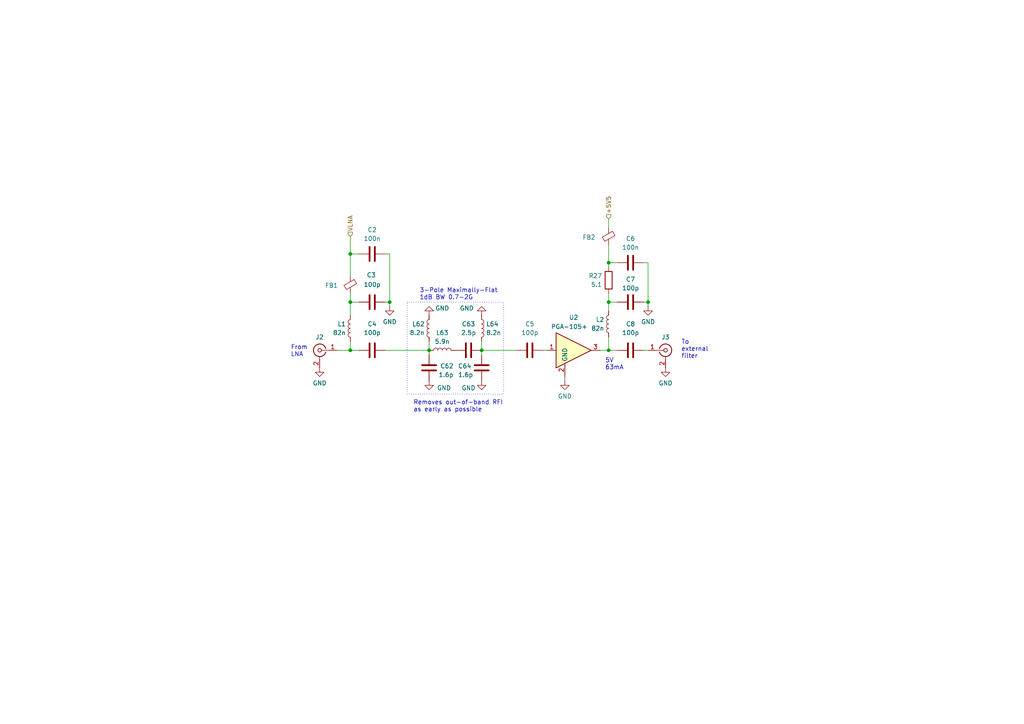
<source format=kicad_sch>
(kicad_sch (version 20250114) (generator "eeschema") (generator_version "9.0")
  (paper "A4")
  (title_block (title "FTX schematic") (date "2024-07-01") (rev "4") (company "Caltech") (comment 1 "Kiran Shila") (comment 2 "Drawing ASP-310") (comment 3 "DSA2000"))
  (lib_symbols
    (symbol "Conn_Coaxial_1" (pin_names (offset 1.016) (hide yes))
      (property "Reference" "J" (at 0.254 3.048 0))
      (property "Value" "Conn_Coaxial" (at 2.921 0 90))
      (symbol "Conn_Coaxial_1_0_1"
        (polyline (pts (xy -2.54 0) (xy -0.508 0)))
        (arc (start 1.778 0) (mid 0.222 -1.8079) (end -1.778 -0.508) (stroke (width 0.254)))
        (arc (start -1.778 0.508) (mid 0.2221 1.8084) (end 1.778 0) (stroke (width 0.254)))
        (circle (center 0 0) (radius 0.508) (stroke (width 0.2032)))
        (polyline (pts (xy 0 -2.54) (xy 0 -1.778)))
      )
      (symbol "Conn_Coaxial_1_1_1"
        (pin passive line (at -5.08 0 0) (length 2.54) (name "In") (number "1"))
        (pin passive line (at 0 -5.08 90) (length 2.54) (name "Ext") (number "2"))
      )
    )
    (symbol "Connector:Conn_Coaxial" (pin_names (offset 1.016) (hide yes))
      (property "Reference" "J" (at 0.254 3.048 0))
      (property "Value" "Conn_Coaxial" (at 2.921 0 90))
      (symbol "Conn_Coaxial_0_1"
        (polyline (pts (xy -2.54 0) (xy -0.508 0)))
        (arc (start 1.778 0) (mid 0.222 -1.8079) (end -1.778 -0.508) (stroke (width 0.254)))
        (arc (start -1.778 0.508) (mid 0.2221 1.8084) (end 1.778 0) (stroke (width 0.254)))
        (circle (center 0 0) (radius 0.508) (stroke (width 0.2032)))
        (polyline (pts (xy 0 -2.54) (xy 0 -1.778)))
      )
      (symbol "Conn_Coaxial_1_1"
        (pin passive line (at -5.08 0 0) (length 2.54) (name "In") (number "1"))
        (pin passive line (at 0 -5.08 90) (length 2.54) (name "Ext") (number "2"))
      )
    )
    (symbol "DSA2K:ADL5611"
      (property "Reference" "U" (at 0 3.81 0))
      (property "Value" "ADL5611" (at 3.81 -3.81 0))
      (symbol "ADL5611_0_1"
        (polyline (pts (xy 5.08 0) (xy -5.08 5.08) (xy -5.08 -5.08) (xy 5.08 0)) (stroke (width 0.254)) (fill (type background)))
      )
      (symbol "ADL5611_1_1"
        (pin input line (at -7.62 0 0) (length 2.54) (name "~") (number "1"))
        (pin power_in line (at -2.54 -7.62 90) (length 3.81) (name "GND") (number "2"))
        (pin output line (at 7.62 0 180) (length 2.54) (name "~") (number "3"))
      )
    )
    (symbol "Device:C" (pin_numbers (hide yes)) (pin_names (offset 0.254))
      (property "Reference" "C" (at 0.635 2.54 0))
      (property "Value" "C" (at 0.635 -2.54 0))
      (symbol "C_0_1"
        (polyline (pts (xy -2.032 0.762) (xy 2.032 0.762)) (stroke (width 0.508)))
        (polyline (pts (xy -2.032 -0.762) (xy 2.032 -0.762)) (stroke (width 0.508)))
      )
      (symbol "C_1_1"
        (pin passive line (at 0 3.81 270) (length 2.794) (name "~") (number "1"))
        (pin passive line (at 0 -3.81 90) (length 2.794) (name "~") (number "2"))
      )
    )
    (symbol "Device:FerriteBead_Small" (pin_numbers (hide yes)) (pin_names (offset 0))
      (property "Reference" "FB" (at 1.905 1.27 0))
      (property "Value" "FerriteBead_Small" (at 1.905 -1.27 0))
      (symbol "FerriteBead_Small_0_1"
        (polyline (pts (xy -1.8288 0.2794) (xy -1.1176 1.4986) (xy 1.8288 -0.2032) (xy 1.1176 -1.4224) (xy -1.8288 0.2794)))
        (polyline (pts (xy 0 0.889) (xy 0 1.2954)))
        (polyline (pts (xy 0 -1.27) (xy 0 -0.7874)))
      )
      (symbol "FerriteBead_Small_1_1"
        (pin passive line (at 0 2.54 270) (length 1.27) (name "~") (number "1"))
        (pin passive line (at 0 -2.54 90) (length 1.27) (name "~") (number "2"))
      )
    )
    (symbol "Device:L" (pin_numbers (hide yes)) (pin_names (offset 1.016) (hide yes))
      (property "Reference" "L" (at -1.27 0 90))
      (property "Value" "L" (at 1.905 0 90))
      (symbol "L_0_1"
        (arc (start 0 2.54) (mid 0.6323 1.905) (end 0 1.27))
        (arc (start 0 1.27) (mid 0.6323 0.635) (end 0 0))
        (arc (start 0 0) (mid 0.6323 -0.635) (end 0 -1.27))
        (arc (start 0 -1.27) (mid 0.6323 -1.905) (end 0 -2.54))
      )
      (symbol "L_1_1"
        (pin passive line (at 0 3.81 270) (length 1.27) (name "1") (number "1"))
        (pin passive line (at 0 -3.81 90) (length 1.27) (name "2") (number "2"))
      )
    )
    (symbol "Device:R" (pin_numbers (hide yes)) (pin_names (offset 0))
      (property "Reference" "R" (at 2.032 0 90))
      (property "Value" "R" (at 0 0 90))
      (symbol "R_0_1"
        (rectangle (start -1.016 -2.54) (end 1.016 2.54) (stroke (width 0.254)))
      )
      (symbol "R_1_1"
        (pin passive line (at 0 3.81 270) (length 1.27) (name "~") (number "1"))
        (pin passive line (at 0 -3.81 90) (length 1.27) (name "~") (number "2"))
      )
    )
    (symbol "power:GND" (power) (pin_numbers (hide yes)) (pin_names (offset 0) (hide yes))
      (property "Value" "GND" (at 0 -3.81 0))
      (symbol "GND_0_1"
        (polyline (pts (xy 0 0) (xy 0 -1.27) (xy 1.27 -1.27) (xy 0 -2.54) (xy -1.27 -1.27) (xy 0 -1.27)))
      )
      (symbol "GND_1_1"
        (pin power_in line (at 0 0 270) (length 0) (name "~") (number "1"))
      )
    )
  )
  (rectangle (start 118.11 87.63) (end 146.05 114.3) (stroke (width 0) (type dot)))
  (text "5V\n63mA" (at 175.514 107.442 0) (effects (font (size 1.27 1.27)) (justify left bottom)))
  (text "From\nLNA" (at 84.328 103.632 0) (effects (font (size 1.27 1.27)) (justify left bottom)))
  (text "To\nexternal\nfilter" (at 197.612 104.14 0) (effects (font (size 1.27 1.27)) (justify left bottom)))
  (text "Removes out-of-band RFI\nas early as possible" (at 119.888 119.634 0) (effects (font (size 1.27 1.27)) (justify left bottom)))
  (text "3-Pole Maximally-Flat\n1dB BW 0.7-2G" (at 121.666 87.122 0) (effects (font (size 1.27 1.27)) (justify left bottom)))
  (junction (at 113.03 87.63))
  (junction (at 101.6 87.63))
  (junction (at 124.46 101.6))
  (junction (at 101.6 101.6))
  (junction (at 176.53 87.63))
  (junction (at 139.7 101.6))
  (junction (at 187.96 87.63))
  (junction (at 101.6 73.66))
  (junction (at 176.53 101.6))
  (junction (at 176.53 76.2))
  (wire (pts (xy 113.03 87.63) (xy 113.03 88.9)))
  (wire (pts (xy 111.76 87.63) (xy 113.03 87.63)))
  (wire (pts (xy 124.46 99.06) (xy 124.46 101.6)))
  (wire (pts (xy 113.03 73.66) (xy 113.03 87.63)))
  (wire (pts (xy 176.53 85.09) (xy 176.53 87.63)))
  (wire (pts (xy 101.6 87.63) (xy 104.14 87.63)))
  (wire (pts (xy 186.69 87.63) (xy 187.96 87.63)))
  (wire (pts (xy 101.6 101.6) (xy 104.14 101.6)))
  (wire (pts (xy 176.53 71.12) (xy 176.53 76.2)))
  (wire (pts (xy 176.53 87.63) (xy 176.53 90.17)))
  (wire (pts (xy 163.83 110.49) (xy 163.83 109.22)))
  (wire (pts (xy 101.6 99.06) (xy 101.6 101.6)))
  (wire (pts (xy 111.76 101.6) (xy 124.46 101.6)))
  (wire (pts (xy 176.53 97.79) (xy 176.53 101.6)))
  (wire (pts (xy 101.6 73.66) (xy 101.6 80.01)))
  (wire (pts (xy 173.99 101.6) (xy 176.53 101.6)))
  (wire (pts (xy 176.53 63.5) (xy 176.53 66.04)))
  (wire (pts (xy 176.53 87.63) (xy 179.07 87.63)))
  (wire (pts (xy 139.7 99.06) (xy 139.7 101.6)))
  (wire (pts (xy 186.69 101.6) (xy 187.96 101.6)))
  (wire (pts (xy 124.46 101.6) (xy 124.46 102.87)))
  (wire (pts (xy 186.69 76.2) (xy 187.96 76.2)))
  (wire (pts (xy 101.6 87.63) (xy 101.6 91.44)))
  (wire (pts (xy 187.96 76.2) (xy 187.96 87.63)))
  (wire (pts (xy 101.6 73.66) (xy 104.14 73.66)))
  (wire (pts (xy 101.6 101.6) (xy 97.79 101.6)))
  (wire (pts (xy 187.96 87.63) (xy 187.96 88.9)))
  (wire (pts (xy 111.76 73.66) (xy 113.03 73.66)))
  (wire (pts (xy 139.7 101.6) (xy 149.86 101.6)))
  (wire (pts (xy 176.53 101.6) (xy 179.07 101.6)))
  (wire (pts (xy 176.53 76.2) (xy 179.07 76.2)))
  (wire (pts (xy 101.6 68.58) (xy 101.6 73.66)))
  (wire (pts (xy 101.6 85.09) (xy 101.6 87.63)))
  (wire (pts (xy 157.48 101.6) (xy 158.75 101.6)))
  (wire (pts (xy 176.53 76.2) (xy 176.53 77.47)))
  (wire (pts (xy 139.7 101.6) (xy 139.7 102.87)))
  (hierarchical_label "+5V5" (shape input) (at 176.53 63.5 90))
  (hierarchical_label "VLNA" (shape input) (at 101.6 68.58 90))
  (symbol (lib_id "Device:C") (at 182.88 101.6 90) (unit 1)
    (property "Reference" "C8" (at 182.88 93.98 90))
    (property "Value" "100p" (at 182.88 96.52 90))
    (property "Footprint" "Capacitor_SMD:C_0402_1005Metric" (effects (hide yes)))
    (property "Description" "Unpolarized capacitor" (effects (hide yes)))
    (property "MPN" "CBR04C101J3GAC" (effects (hide yes)))
  )
  (symbol (lib_id "Device:L") (at 124.46 95.25 0) (mirror y) (unit 1)
    (property "Reference" "L62" (at 123.19 93.98 0) (effects (justify left)))
    (property "Value" "8.2n" (at 123.19 96.52 0) (effects (justify left)))
    (property "Footprint" "Inductor_SMD:L_0402_1005Metric" (effects (hide yes)))
    (property "Description" "Inductor" (effects (hide yes)))
    (property "MPN" "LQW15AN8N2G00D" (effects (hide yes)))
  )
  (symbol (lib_id "Device:L") (at 101.6 95.25 0) (mirror y) (unit 1)
    (property "Reference" "L1" (at 100.33 93.98 0) (effects (justify left)))
    (property "Value" "82n" (at 100.33 96.52 0) (effects (justify left)))
    (property "Footprint" "Inductor_SMD:L_0402_1005Metric" (effects (hide yes)))
    (property "Description" "Inductor" (effects (hide yes)))
    (property "MPN" "LQW15AN82NG00D" (effects (hide yes)))
  )
  (symbol (lib_id "power:GND") (at 113.03 88.9 0) (unit 1)
    (property "Reference" "#PWR010" (effects (hide yes)))
    (property "Value" "GND" (at 113.03 93.345 0))
    (property "Description" "Power symbol creates a global label with name \"GND\" , ground" (effects (hide yes)))
  )
  (symbol (lib_id "power:GND") (at 139.7 110.49 0) (unit 1)
    (property "Reference" "#PWR043" (effects (hide yes)))
    (property "Value" "GND" (at 135.89 112.522 0))
    (property "Description" "Power symbol creates a global label with name \"GND\" , ground" (effects (hide yes)))
  )
  (symbol (lib_id "DSA2K:ADL5611") (at 166.37 101.6 0) (unit 1)
    (property "Reference" "U2" (at 166.37 92.075 0))
    (property "Value" "PGA-105+" (at 165.1 94.742 0))
    (property "Footprint" "DSA2K:SOT89-HighTemp" (effects (hide yes)))
    (property "Datasheet" "https://www.minicircuits.com/pdfs/PGA-105+.pdf" (effects (hide yes)))
    (property "Description" "40 MHz to 2.6 GHz low-noise amplifier" (effects (hide yes)))
    (property "MPN" "PGA-105+" (effects (hide yes)))
  )
  (symbol (lib_id "Device:C") (at 124.46 106.68 0) (mirror y) (unit 1)
    (property "Reference" "C62" (at 131.572 106.172 0) (effects (justify left)))
    (property "Value" "1.6p" (at 131.572 108.712 0) (effects (justify left)))
    (property "Footprint" "Capacitor_SMD:C_0402_1005Metric" (effects (hide yes)))
    (property "Description" "Unpolarized capacitor" (effects (hide yes)))
    (property "MPN" "GJM1555C1H1R6WB01D" (effects (hide yes)))
  )
  (symbol (lib_id "Device:C") (at 107.95 101.6 90) (unit 1)
    (property "Reference" "C4" (at 107.95 93.98 90))
    (property "Value" "100p" (at 107.95 96.52 90))
    (property "Footprint" "Capacitor_SMD:C_0402_1005Metric" (effects (hide yes)))
    (property "Description" "Unpolarized capacitor" (effects (hide yes)))
    (property "MPN" "CBR04C101J3GAC" (effects (hide yes)))
  )
  (symbol (lib_id "power:GND") (at 193.04 106.68 0) (unit 1)
    (property "Reference" "#PWR071" (effects (hide yes)))
    (property "Value" "GND" (at 193.04 111.125 0))
    (property "Description" "Power symbol creates a global label with name \"GND\" , ground" (effects (hide yes)))
  )
  (symbol (lib_id "Device:C") (at 107.95 87.63 90) (unit 1)
    (property "Reference" "C3" (at 107.696 79.756 90))
    (property "Value" "100p" (at 107.95 82.55 90))
    (property "Footprint" "Capacitor_SMD:C_0402_1005Metric" (effects (hide yes)))
    (property "Description" "Unpolarized capacitor" (effects (hide yes)))
    (property "MPN" "CBR04C101J3GAC" (effects (hide yes)))
  )
  (symbol (lib_id "Device:FerriteBead_Small") (at 101.6 82.55 0) (mirror y) (unit 1)
    (property "Reference" "FB1" (at 98.044 82.804 0) (effects (justify left)))
    (property "Value" "BLM15PG100SN1D" (effects (hide yes)))
    (property "Footprint" "Inductor_SMD:L_0402_1005Metric" (effects (hide yes)))
    (property "Datasheet" "https://www.murata.com/en-us/products/productdata/8796740059166/ENFA0018.pdf" (effects (hide yes)))
    (property "Description" "Ferrite bead, small symbol" (effects (hide yes)))
    (property "MPN" "BLM15PG100SN1D" (effects (hide yes)))
  )
  (symbol (lib_id "Device:C") (at 182.88 87.63 90) (unit 1)
    (property "Reference" "C7" (at 182.88 81.026 90))
    (property "Value" "100p" (at 182.88 83.566 90))
    (property "Footprint" "Capacitor_SMD:C_0402_1005Metric" (effects (hide yes)))
    (property "Description" "Unpolarized capacitor" (effects (hide yes)))
    (property "MPN" "CBR04C101J3GAC" (effects (hide yes)))
  )
  (symbol (lib_id "Connector:Conn_Coaxial") (at 92.71 101.6 0) (mirror y) (unit 1)
    (property "Reference" "J2" (at 92.71 97.79 0))
    (property "Value" "Conn_Coaxial" (effects (hide yes)))
    (property "Footprint" "DSA2K:SMA_4Layer" (effects (hide yes)))
    (property "Description" "coaxial connector (BNC, SMA, SMB, SMC, Cinch/RCA, LEMO, ...)" (effects (hide yes)))
    (property "MPN" "DL-SMA-K513-08K" (effects (hide yes)))
  )
  (symbol (lib_id "power:GND") (at 124.46 91.44 180) (unit 1)
    (property "Reference" "#PWR012" (effects (hide yes)))
    (property "Value" "GND" (at 128.27 89.408 0))
    (property "Description" "Power symbol creates a global label with name \"GND\" , ground" (effects (hide yes)))
  )
  (symbol (lib_id "power:GND") (at 163.83 110.49 0) (unit 1)
    (property "Reference" "#PWR052" (effects (hide yes)))
    (property "Value" "GND" (at 163.83 114.935 0))
    (property "Description" "Power symbol creates a global label with name \"GND\" , ground" (effects (hide yes)))
  )
  (symbol (lib_id "Device:L") (at 139.7 95.25 0) (unit 1)
    (property "Reference" "L64" (at 140.97 93.98 0) (effects (justify left)))
    (property "Value" "8.2n" (at 140.97 96.52 0) (effects (justify left)))
    (property "Footprint" "Inductor_SMD:L_0402_1005Metric" (effects (hide yes)))
    (property "Description" "Inductor" (effects (hide yes)))
    (property "MPN" "LQW15AN8N2G00D" (effects (hide yes)))
  )
  (symbol (lib_id "Device:C") (at 139.7 106.68 0) (unit 1)
    (property "Reference" "C64" (at 132.842 106.172 0) (effects (justify left)))
    (property "Value" "1.6p" (at 132.842 108.712 0) (effects (justify left)))
    (property "Footprint" "Capacitor_SMD:C_0402_1005Metric" (effects (hide yes)))
    (property "Description" "Unpolarized capacitor" (effects (hide yes)))
    (property "MPN" "GJM1555C1H1R6WB01D" (effects (hide yes)))
  )
  (symbol (lib_id "Device:C") (at 107.95 73.66 90) (unit 1)
    (property "Reference" "C2" (at 107.95 66.675 90))
    (property "Value" "100n" (at 107.95 69.215 90))
    (property "Footprint" "Capacitor_SMD:C_0402_1005Metric" (effects (hide yes)))
    (property "Description" "Unpolarized capacitor" (effects (hide yes)))
    (property "MPN" "CL05B104KP5NNNC" (effects (hide yes)))
  )
  (symbol (lib_id "Device:L") (at 128.27 101.6 90) (unit 1)
    (property "Reference" "L63" (at 128.27 96.52 90))
    (property "Value" "5.9n" (at 128.27 99.06 90))
    (property "Footprint" "Inductor_SMD:L_0402_1005Metric" (effects (hide yes)))
    (property "Description" "Inductor" (effects (hide yes)))
    (property "MPN" "LQW15AN5N9B80D" (effects (hide yes)))
  )
  (symbol (lib_id "Device:L") (at 176.53 93.98 0) (mirror y) (unit 1)
    (property "Reference" "L2" (at 175.26 92.71 0) (effects (justify left)))
    (property "Value" "82n" (at 175.26 95.25 0) (effects (justify left)))
    (property "Footprint" "Inductor_SMD:L_0402_1005Metric" (effects (hide yes)))
    (property "Description" "Inductor" (effects (hide yes)))
    (property "MPN" "LQW15AN82NG00D" (effects (hide yes)))
  )
  (symbol (lib_id "power:GND") (at 92.71 106.68 0) (unit 1)
    (property "Reference" "#PWR09" (effects (hide yes)))
    (property "Value" "GND" (at 92.71 111.125 0))
    (property "Description" "Power symbol creates a global label with name \"GND\" , ground" (effects (hide yes)))
  )
  (symbol (lib_id "Device:C") (at 153.67 101.6 90) (unit 1)
    (property "Reference" "C5" (at 153.67 93.98 90))
    (property "Value" "100p" (at 153.67 96.52 90))
    (property "Footprint" "Capacitor_SMD:C_0402_1005Metric" (effects (hide yes)))
    (property "Description" "Unpolarized capacitor" (effects (hide yes)))
    (property "MPN" "CBR04C101J3GAC" (effects (hide yes)))
  )
  (symbol (lib_id "Device:C") (at 135.89 101.6 90) (unit 1)
    (property "Reference" "C63" (at 135.89 93.98 90))
    (property "Value" "2.5p" (at 135.89 96.52 90))
    (property "Footprint" "Capacitor_SMD:C_0402_1005Metric" (effects (hide yes)))
    (property "Description" "Unpolarized capacitor" (effects (hide yes)))
    (property "MPN" "GJM1555C1H2R5WB01D" (effects (hide yes)))
  )
  (symbol (lib_id "power:GND") (at 139.7 91.44 180) (unit 1)
    (property "Reference" "#PWR014" (effects (hide yes)))
    (property "Value" "GND" (at 135.382 89.408 0))
    (property "Description" "Power symbol creates a global label with name \"GND\" , ground" (effects (hide yes)))
  )
  (symbol (lib_id "power:GND") (at 187.96 88.9 0) (unit 1)
    (property "Reference" "#PWR068" (effects (hide yes)))
    (property "Value" "GND" (at 187.96 93.345 0))
    (property "Description" "Power symbol creates a global label with name \"GND\" , ground" (effects (hide yes)))
  )
  (symbol (lib_id "Device:C") (at 182.88 76.2 90) (unit 1)
    (property "Reference" "C6" (at 182.88 69.215 90))
    (property "Value" "100n" (at 182.88 71.755 90))
    (property "Footprint" "Capacitor_SMD:C_0402_1005Metric" (effects (hide yes)))
    (property "Description" "Unpolarized capacitor" (effects (hide yes)))
    (property "MPN" "CL05B104KP5NNNC" (effects (hide yes)))
  )
  (symbol (lib_id "Device:R") (at 176.53 81.28 0) (mirror y) (unit 1)
    (property "Reference" "R27" (at 174.625 80.01 0) (effects (justify left)))
    (property "Value" "5.1" (at 174.625 82.55 0) (effects (justify left)))
    (property "Footprint" "Resistor_SMD:R_0402_1005Metric" (effects (hide yes)))
    (property "Description" "Resistor" (effects (hide yes)))
    (property "MPN" "ERJ-2GEJ5R1X" (effects (hide yes)))
  )
  (symbol (lib_id "power:GND") (at 124.46 110.49 0) (unit 1)
    (property "Reference" "#PWR013" (effects (hide yes)))
    (property "Value" "GND" (at 128.778 112.522 0))
    (property "Description" "Power symbol creates a global label with name \"GND\" , ground" (effects (hide yes)))
  )
  (symbol (lib_id "Device:FerriteBead_Small") (at 176.53 68.58 0) (mirror y) (unit 1)
    (property "Reference" "FB2" (at 172.72 68.834 0) (effects (justify left)))
    (property "Value" "BLM15PG100SN1D" (effects (hide yes)))
    (property "Footprint" "Inductor_SMD:L_0402_1005Metric" (effects (hide yes)))
    (property "Datasheet" "https://www.murata.com/en-us/products/productdata/8796740059166/ENFA0018.pdf" (effects (hide yes)))
    (property "Description" "Ferrite bead, small symbol" (effects (hide yes)))
    (property "MPN" "BLM15PG100SN1D" (effects (hide yes)))
  )
  (symbol (lib_name "Conn_Coaxial_1") (lib_id "Connector:Conn_Coaxial") (at 193.04 101.6 0) (unit 1)
    (property "Reference" "J3" (at 193.04 97.79 0))
    (property "Value" "Conn_Coaxial" (effects (hide yes)))
    (property "Footprint" "DSA2K:SMA_4Layer" (effects (hide yes)))
    (property "Description" "coaxial connector (BNC, SMA, SMB, SMC, Cinch/RCA, LEMO, ...)" (effects (hide yes)))
    (property "MPN" "DL-SMA-K513-08K" (effects (hide yes)))
  )
)
</source>
